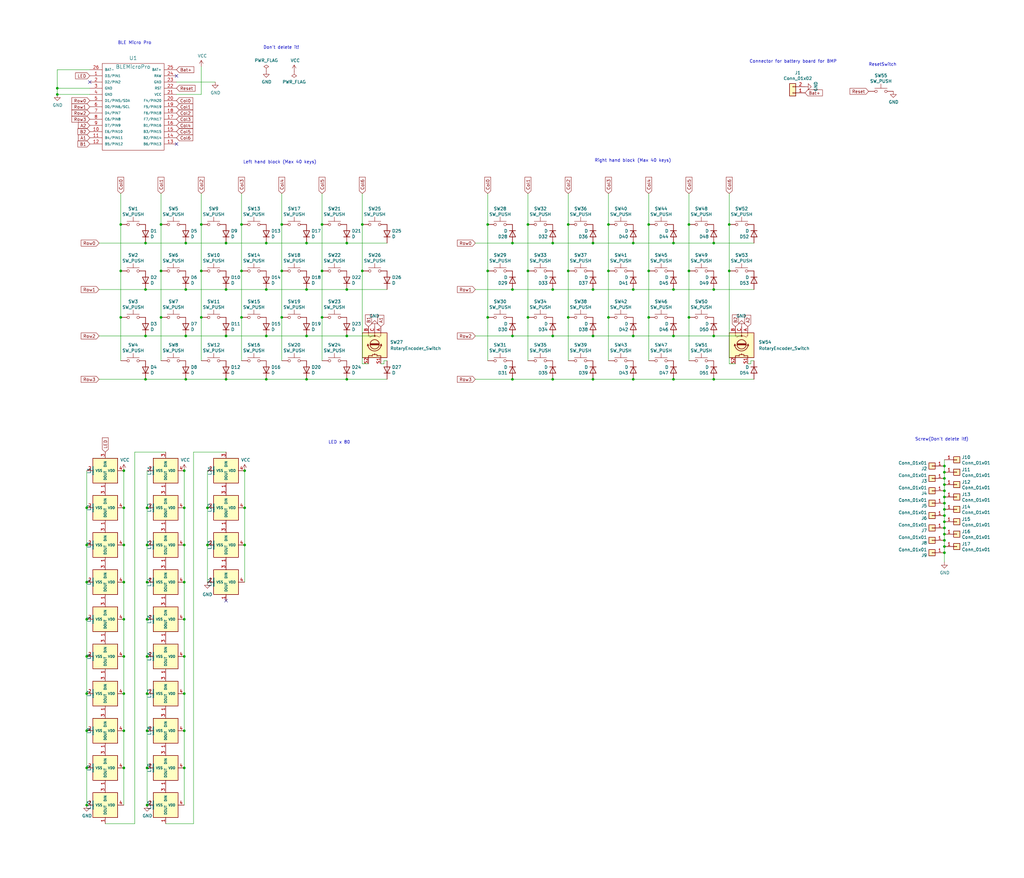
<source format=kicad_sch>
(kicad_sch (version 20211123) (generator eeschema)
  (paper "User" 419.989 360.045)
  (junction (at 226.695 118.745))
  (junction (at 59.69 118.745))
  (junction (at 226.695 137.795))
  (junction (at 92.71 99.695))
  (junction (at 276.225 137.795))
  (junction (at 387.35 198.755))
  (junction (at 66.04 130.175))
  (junction (at 292.735 99.695))
  (junction (at 200.025 130.175))
  (junction (at 282.575 111.125))
  (junction (at 387.35 221.615))
  (junction (at 75.565 208.28))
  (junction (at 249.555 92.075))
  (junction (at 233.045 92.075))
  (junction (at 387.35 213.995))
  (junction (at 75.565 269.24))
  (junction (at 233.045 130.175))
  (junction (at 243.205 155.575))
  (junction (at 75.565 193.04))
  (junction (at 85.09 223.52))
  (junction (at 292.735 137.795))
  (junction (at 60.325 238.76))
  (junction (at 82.55 130.175))
  (junction (at 100.33 208.28))
  (junction (at 76.2 155.575))
  (junction (at 76.2 99.695))
  (junction (at 35.56 299.72))
  (junction (at 50.8 238.76))
  (junction (at 243.205 118.745))
  (junction (at 99.06 130.175))
  (junction (at 35.56 223.52))
  (junction (at 92.71 155.575))
  (junction (at 132.08 130.175))
  (junction (at 148.59 92.075))
  (junction (at 210.185 118.745))
  (junction (at 148.59 111.125))
  (junction (at 75.565 238.76))
  (junction (at 387.35 193.675))
  (junction (at 50.8 299.72))
  (junction (at 132.08 92.075))
  (junction (at 115.57 111.125))
  (junction (at 35.56 208.28))
  (junction (at 115.57 130.175))
  (junction (at 59.69 137.795))
  (junction (at 59.69 99.695))
  (junction (at 266.065 92.075))
  (junction (at 50.8 208.28))
  (junction (at 76.2 137.795))
  (junction (at 66.04 111.125))
  (junction (at 292.735 155.575))
  (junction (at 259.715 99.695))
  (junction (at 387.35 201.295))
  (junction (at 387.35 196.215))
  (junction (at 35.56 254))
  (junction (at 50.8 193.04))
  (junction (at 243.205 99.695))
  (junction (at 216.535 111.125))
  (junction (at 125.73 99.695))
  (junction (at 216.535 130.175))
  (junction (at 60.325 223.52))
  (junction (at 387.35 208.915))
  (junction (at 50.8 284.48))
  (junction (at 226.695 155.575))
  (junction (at 99.06 111.125))
  (junction (at 259.715 118.745))
  (junction (at 85.09 208.28))
  (junction (at 259.715 155.575))
  (junction (at 282.575 92.075))
  (junction (at 387.35 219.075))
  (junction (at 82.55 92.075))
  (junction (at 75.565 314.96))
  (junction (at 100.33 223.52))
  (junction (at 387.35 191.135))
  (junction (at 142.24 99.695))
  (junction (at 92.71 137.795))
  (junction (at 109.22 99.695))
  (junction (at 35.56 238.76))
  (junction (at 142.24 118.745))
  (junction (at 276.225 155.575))
  (junction (at 387.35 226.695))
  (junction (at 292.735 118.745))
  (junction (at 35.56 330.2))
  (junction (at 75.565 223.52))
  (junction (at 216.535 92.075))
  (junction (at 210.185 137.795))
  (junction (at 92.71 118.745))
  (junction (at 100.33 193.04))
  (junction (at 387.35 203.835))
  (junction (at 115.57 92.075))
  (junction (at 50.8 269.24))
  (junction (at 142.24 155.575))
  (junction (at 35.56 269.24))
  (junction (at 60.325 299.72))
  (junction (at 387.35 211.455))
  (junction (at 49.53 92.075))
  (junction (at 99.06 92.075))
  (junction (at 276.225 99.695))
  (junction (at 60.325 254))
  (junction (at 49.53 130.175))
  (junction (at 23.495 38.735))
  (junction (at 50.8 223.52))
  (junction (at 249.555 111.125))
  (junction (at 243.205 137.795))
  (junction (at 66.04 92.075))
  (junction (at 109.22 137.795))
  (junction (at 142.24 137.795))
  (junction (at 299.085 92.075))
  (junction (at 125.73 155.575))
  (junction (at 266.065 130.175))
  (junction (at 49.53 111.125))
  (junction (at 132.08 111.125))
  (junction (at 23.495 36.195))
  (junction (at 109.22 155.575))
  (junction (at 259.715 137.795))
  (junction (at 109.22 118.745))
  (junction (at 387.35 224.155))
  (junction (at 35.56 314.96))
  (junction (at 82.55 111.125))
  (junction (at 200.025 111.125))
  (junction (at 76.2 118.745))
  (junction (at 125.73 137.795))
  (junction (at 75.565 299.72))
  (junction (at 75.565 254))
  (junction (at 35.56 284.48))
  (junction (at 200.025 92.075))
  (junction (at 60.325 314.96))
  (junction (at 60.325 284.48))
  (junction (at 125.73 118.745))
  (junction (at 299.085 111.125))
  (junction (at 282.575 130.175))
  (junction (at 233.045 111.125))
  (junction (at 226.695 99.695))
  (junction (at 60.325 269.24))
  (junction (at 210.185 155.575))
  (junction (at 50.8 254))
  (junction (at 60.325 330.2))
  (junction (at 75.565 284.48))
  (junction (at 276.225 118.745))
  (junction (at 387.35 206.375))
  (junction (at 249.555 130.175))
  (junction (at 50.8 314.96))
  (junction (at 60.325 208.28))
  (junction (at 387.35 216.535))
  (junction (at 59.69 155.575))
  (junction (at 266.065 111.125))
  (junction (at 210.185 99.695))
  (no_connect (at 92.71 246.38))
  (no_connect (at 72.39 31.115))
  (no_connect (at 72.39 59.055))
  (no_connect (at 36.83 33.655))
  (wire (pts (xy 282.575 92.075) (xy 282.575 111.125)))
  (wire (pts (xy 49.53 79.375) (xy 49.53 92.075)))
  (wire (pts (xy 75.565 193.04) (xy 75.565 208.28)))
  (wire (pts (xy 76.2 118.745) (xy 92.71 118.745)))
  (wire (pts (xy 49.53 130.175) (xy 49.53 147.955)))
  (wire (pts (xy 142.24 99.695) (xy 158.75 99.695)))
  (wire (pts (xy 60.325 208.28) (xy 60.325 223.52)))
  (wire (pts (xy 92.71 118.745) (xy 109.22 118.745)))
  (wire (pts (xy 156.21 149.225) (xy 157.48 149.225)))
  (wire (pts (xy 75.565 314.96) (xy 75.565 330.2)))
  (wire (pts (xy 76.2 137.795) (xy 92.71 137.795)))
  (wire (pts (xy 194.945 137.795) (xy 210.185 137.795)))
  (wire (pts (xy 35.56 208.28) (xy 35.56 223.52)))
  (wire (pts (xy 82.55 111.125) (xy 82.55 130.175)))
  (wire (pts (xy 66.04 111.125) (xy 66.04 130.175)))
  (wire (pts (xy 66.04 79.375) (xy 66.04 92.075)))
  (wire (pts (xy 23.495 28.575) (xy 23.495 36.195)))
  (wire (pts (xy 75.565 269.24) (xy 75.565 284.48)))
  (wire (pts (xy 55.245 185.42) (xy 67.945 185.42)))
  (wire (pts (xy 36.83 38.735) (xy 23.495 38.735)))
  (wire (pts (xy 226.695 137.795) (xy 243.205 137.795)))
  (wire (pts (xy 59.69 99.695) (xy 40.64 99.695)))
  (wire (pts (xy 233.045 130.175) (xy 233.045 147.955)))
  (wire (pts (xy 55.245 337.82) (xy 55.245 185.42)))
  (wire (pts (xy 387.35 221.615) (xy 387.35 224.155)))
  (wire (pts (xy 387.35 226.695) (xy 387.35 230.505)))
  (wire (pts (xy 148.59 111.125) (xy 148.59 149.225)))
  (wire (pts (xy 157.48 147.955) (xy 158.75 147.955)))
  (wire (pts (xy 266.065 130.175) (xy 266.065 147.955)))
  (wire (pts (xy 142.24 155.575) (xy 158.75 155.575)))
  (wire (pts (xy 210.185 99.695) (xy 226.695 99.695)))
  (wire (pts (xy 216.535 111.125) (xy 216.535 130.175)))
  (wire (pts (xy 75.565 299.72) (xy 75.565 314.96)))
  (wire (pts (xy 299.085 79.375) (xy 299.085 92.075)))
  (wire (pts (xy 50.8 254) (xy 50.8 269.24)))
  (wire (pts (xy 210.185 118.745) (xy 226.695 118.745)))
  (wire (pts (xy 266.065 92.075) (xy 266.065 111.125)))
  (wire (pts (xy 299.085 149.225) (xy 301.625 149.225)))
  (wire (pts (xy 35.56 223.52) (xy 35.56 238.76)))
  (wire (pts (xy 85.09 208.28) (xy 85.09 223.52)))
  (wire (pts (xy 200.025 111.125) (xy 200.025 130.175)))
  (wire (pts (xy 233.045 111.125) (xy 233.045 130.175)))
  (wire (pts (xy 249.555 92.075) (xy 249.555 111.125)))
  (wire (pts (xy 50.8 208.28) (xy 50.8 223.52)))
  (wire (pts (xy 115.57 79.375) (xy 115.57 92.075)))
  (wire (pts (xy 75.565 254) (xy 75.565 269.24)))
  (wire (pts (xy 35.56 299.72) (xy 35.56 314.96)))
  (wire (pts (xy 88.265 33.655) (xy 72.39 33.655)))
  (wire (pts (xy 387.35 213.995) (xy 387.35 216.535)))
  (wire (pts (xy 82.55 130.175) (xy 82.55 147.955)))
  (wire (pts (xy 148.59 92.075) (xy 148.59 111.125)))
  (wire (pts (xy 125.73 99.695) (xy 142.24 99.695)))
  (wire (pts (xy 243.205 155.575) (xy 259.715 155.575)))
  (wire (pts (xy 307.975 149.225) (xy 307.975 147.955)))
  (wire (pts (xy 306.705 149.225) (xy 307.975 149.225)))
  (wire (pts (xy 50.8 193.04) (xy 50.8 208.28)))
  (wire (pts (xy 75.565 284.48) (xy 75.565 299.72)))
  (wire (pts (xy 292.735 137.795) (xy 304.165 137.795)))
  (wire (pts (xy 75.565 208.28) (xy 75.565 223.52)))
  (wire (pts (xy 387.35 206.375) (xy 387.35 208.915)))
  (wire (pts (xy 233.045 79.375) (xy 233.045 92.075)))
  (wire (pts (xy 210.185 155.575) (xy 226.695 155.575)))
  (wire (pts (xy 259.715 118.745) (xy 276.225 118.745)))
  (wire (pts (xy 282.575 111.125) (xy 282.575 130.175)))
  (wire (pts (xy 387.35 191.135) (xy 387.35 193.675)))
  (wire (pts (xy 23.495 36.195) (xy 23.495 38.735)))
  (wire (pts (xy 249.555 79.375) (xy 249.555 92.075)))
  (wire (pts (xy 387.35 208.915) (xy 387.35 211.455)))
  (wire (pts (xy 50.8 299.72) (xy 50.8 314.96)))
  (wire (pts (xy 276.225 155.575) (xy 292.735 155.575)))
  (wire (pts (xy 109.22 118.745) (xy 125.73 118.745)))
  (wire (pts (xy 109.22 99.695) (xy 125.73 99.695)))
  (wire (pts (xy 92.71 155.575) (xy 109.22 155.575)))
  (wire (pts (xy 387.35 219.075) (xy 387.35 221.615)))
  (wire (pts (xy 59.69 137.795) (xy 40.64 137.795)))
  (wire (pts (xy 387.35 211.455) (xy 387.35 213.995)))
  (wire (pts (xy 92.71 99.695) (xy 109.22 99.695)))
  (wire (pts (xy 226.695 155.575) (xy 243.205 155.575)))
  (wire (pts (xy 233.045 92.075) (xy 233.045 111.125)))
  (wire (pts (xy 249.555 130.175) (xy 249.555 147.955)))
  (wire (pts (xy 50.8 223.52) (xy 50.8 238.76)))
  (wire (pts (xy 292.735 99.695) (xy 309.245 99.695)))
  (wire (pts (xy 49.53 92.075) (xy 49.53 111.125)))
  (wire (pts (xy 387.35 193.675) (xy 387.35 196.215)))
  (wire (pts (xy 100.33 193.04) (xy 100.33 208.28)))
  (wire (pts (xy 259.715 155.575) (xy 276.225 155.575)))
  (wire (pts (xy 276.225 137.795) (xy 292.735 137.795)))
  (wire (pts (xy 50.8 314.96) (xy 50.8 330.2)))
  (wire (pts (xy 82.55 79.375) (xy 82.55 92.075)))
  (wire (pts (xy 243.205 99.695) (xy 259.715 99.695)))
  (wire (pts (xy 132.08 79.375) (xy 132.08 92.075)))
  (wire (pts (xy 387.35 196.215) (xy 387.35 198.755)))
  (wire (pts (xy 50.8 269.24) (xy 50.8 284.48)))
  (wire (pts (xy 35.56 269.24) (xy 35.56 284.48)))
  (wire (pts (xy 194.945 99.695) (xy 210.185 99.695)))
  (wire (pts (xy 50.8 238.76) (xy 50.8 254)))
  (wire (pts (xy 115.57 130.175) (xy 115.57 147.955)))
  (wire (pts (xy 35.56 238.76) (xy 35.56 254)))
  (wire (pts (xy 59.69 99.695) (xy 76.2 99.695)))
  (wire (pts (xy 59.69 137.795) (xy 76.2 137.795)))
  (wire (pts (xy 35.56 193.04) (xy 35.56 208.28)))
  (wire (pts (xy 79.375 185.42) (xy 92.71 185.42)))
  (wire (pts (xy 99.06 79.375) (xy 99.06 92.075)))
  (wire (pts (xy 243.205 118.745) (xy 259.715 118.745)))
  (wire (pts (xy 75.565 238.76) (xy 75.565 254)))
  (wire (pts (xy 125.73 118.745) (xy 142.24 118.745)))
  (wire (pts (xy 148.59 149.225) (xy 151.13 149.225)))
  (wire (pts (xy 125.73 137.795) (xy 142.24 137.795)))
  (wire (pts (xy 307.975 147.955) (xy 309.245 147.955)))
  (wire (pts (xy 226.695 118.745) (xy 243.205 118.745)))
  (wire (pts (xy 148.59 79.375) (xy 148.59 92.075)))
  (wire (pts (xy 60.325 314.96) (xy 60.325 330.2)))
  (wire (pts (xy 109.22 155.575) (xy 125.73 155.575)))
  (wire (pts (xy 100.33 208.28) (xy 100.33 223.52)))
  (wire (pts (xy 292.735 155.575) (xy 309.245 155.575)))
  (wire (pts (xy 82.55 38.735) (xy 82.55 27.305)))
  (wire (pts (xy 60.325 238.76) (xy 60.325 254)))
  (wire (pts (xy 99.06 111.125) (xy 99.06 130.175)))
  (wire (pts (xy 387.35 201.295) (xy 387.35 203.835)))
  (wire (pts (xy 266.065 111.125) (xy 266.065 130.175)))
  (wire (pts (xy 60.325 269.24) (xy 60.325 284.48)))
  (wire (pts (xy 132.08 111.125) (xy 132.08 130.175)))
  (wire (pts (xy 60.325 254) (xy 60.325 269.24)))
  (wire (pts (xy 387.35 198.755) (xy 387.35 201.295)))
  (wire (pts (xy 142.24 118.745) (xy 158.75 118.745)))
  (wire (pts (xy 200.025 79.375) (xy 200.025 92.075)))
  (wire (pts (xy 387.35 188.595) (xy 387.35 191.135)))
  (wire (pts (xy 36.83 36.195) (xy 23.495 36.195)))
  (wire (pts (xy 282.575 79.375) (xy 282.575 92.075)))
  (wire (pts (xy 60.325 299.72) (xy 60.325 314.96)))
  (wire (pts (xy 66.04 92.075) (xy 66.04 111.125)))
  (wire (pts (xy 115.57 111.125) (xy 115.57 130.175)))
  (wire (pts (xy 72.39 38.735) (xy 82.55 38.735)))
  (wire (pts (xy 216.535 130.175) (xy 216.535 147.955)))
  (wire (pts (xy 35.56 284.48) (xy 35.56 299.72)))
  (wire (pts (xy 60.325 223.52) (xy 60.325 238.76)))
  (wire (pts (xy 59.69 155.575) (xy 40.64 155.575)))
  (wire (pts (xy 387.35 203.835) (xy 387.35 206.375)))
  (wire (pts (xy 387.35 224.155) (xy 387.35 226.695)))
  (wire (pts (xy 132.08 92.075) (xy 132.08 111.125)))
  (wire (pts (xy 75.565 223.52) (xy 75.565 238.76)))
  (wire (pts (xy 200.025 92.075) (xy 200.025 111.125)))
  (wire (pts (xy 35.56 314.96) (xy 35.56 330.2)))
  (wire (pts (xy 35.56 254) (xy 35.56 269.24)))
  (wire (pts (xy 60.325 193.04) (xy 60.325 208.28)))
  (wire (pts (xy 100.33 223.52) (xy 100.33 238.76)))
  (wire (pts (xy 157.48 149.225) (xy 157.48 147.955)))
  (wire (pts (xy 99.06 92.075) (xy 99.06 111.125)))
  (wire (pts (xy 282.575 130.175) (xy 282.575 147.955)))
  (wire (pts (xy 259.715 137.795) (xy 276.225 137.795)))
  (wire (pts (xy 85.09 223.52) (xy 85.09 238.76)))
  (wire (pts (xy 299.085 92.075) (xy 299.085 111.125)))
  (wire (pts (xy 59.69 155.575) (xy 76.2 155.575)))
  (wire (pts (xy 142.24 137.795) (xy 153.67 137.795)))
  (wire (pts (xy 125.73 155.575) (xy 142.24 155.575)))
  (wire (pts (xy 266.065 79.375) (xy 266.065 92.075)))
  (wire (pts (xy 76.2 99.695) (xy 92.71 99.695)))
  (wire (pts (xy 226.695 99.695) (xy 243.205 99.695)))
  (wire (pts (xy 50.8 284.48) (xy 50.8 299.72)))
  (wire (pts (xy 66.04 130.175) (xy 66.04 147.955)))
  (wire (pts (xy 59.69 118.745) (xy 76.2 118.745)))
  (wire (pts (xy 243.205 137.795) (xy 259.715 137.795)))
  (wire (pts (xy 76.2 155.575) (xy 92.71 155.575)))
  (wire (pts (xy 259.715 99.695) (xy 276.225 99.695)))
  (wire (pts (xy 216.535 79.375) (xy 216.535 92.075)))
  (wire (pts (xy 194.945 155.575) (xy 210.185 155.575)))
  (wire (pts (xy 85.09 193.04) (xy 85.09 208.28)))
  (wire (pts (xy 82.55 92.075) (xy 82.55 111.125)))
  (wire (pts (xy 200.025 130.175) (xy 200.025 147.955)))
  (wire (pts (xy 299.085 111.125) (xy 299.085 149.225)))
  (wire (pts (xy 60.325 284.48) (xy 60.325 299.72)))
  (wire (pts (xy 109.22 137.795) (xy 125.73 137.795)))
  (wire (pts (xy 67.945 337.82) (xy 79.375 337.82)))
  (wire (pts (xy 276.225 118.745) (xy 292.735 118.745)))
  (wire (pts (xy 292.735 118.745) (xy 309.245 118.745)))
  (wire (pts (xy 194.945 118.745) (xy 210.185 118.745)))
  (wire (pts (xy 210.185 137.795) (xy 226.695 137.795)))
  (wire (pts (xy 276.225 99.695) (xy 292.735 99.695)))
  (wire (pts (xy 79.375 337.82) (xy 79.375 185.42)))
  (wire (pts (xy 92.71 137.795) (xy 109.22 137.795)))
  (wire (pts (xy 249.555 111.125) (xy 249.555 130.175)))
  (wire (pts (xy 49.53 111.125) (xy 49.53 130.175)))
  (wire (pts (xy 132.08 130.175) (xy 132.08 147.955)))
  (wire (pts (xy 115.57 92.075) (xy 115.57 111.125)))
  (wire (pts (xy 36.83 28.575) (xy 23.495 28.575)))
  (wire (pts (xy 59.69 118.745) (xy 40.64 118.745)))
  (wire (pts (xy 216.535 92.075) (xy 216.535 111.125)))
  (wire (pts (xy 387.35 216.535) (xy 387.35 219.075)))
  (wire (pts (xy 43.18 337.82) (xy 55.245 337.82)))
  (wire (pts (xy 99.06 130.175) (xy 99.06 147.955)))
  (text "Connector for battery board for BMP" (at 307.34 26.035 0) (effects (font (size 1.27 1.27)) (justify left bottom)))
  (text "LED x 80" (at 134.62 182.245 0) (effects (font (size 1.27 1.27)) (justify left bottom)))
  (text "ResetSwitch" (at 356.235 27.305 0) (effects (font (size 1.27 1.27)) (justify left bottom)))
  (text "Left hand block (Max 40 keys)" (at 99.695 67.31 0) (effects (font (size 1.27 1.27)) (justify left bottom)))
  (text "Screw(Don't delete it!)" (at 375.285 180.975 0) (effects (font (size 1.27 1.27)) (justify left bottom)))
  (text "BLE Micro Pro" (at 48.26 18.415 0) (effects (font (size 1.27 1.27)) (justify left bottom)))
  (text "Right hand block (Max 40 keys)" (at 243.84 66.675 0) (effects (font (size 1.27 1.27)) (justify left bottom)))
  (text "Don't delete it!" (at 107.95 20.32 0) (effects (font (size 1.27 1.27)) (justify left bottom)))
  (global_label "Col4" (shape input) (at 115.57 79.375 90) (property "Intersheet References" "${INTERSHEET_REFS}" (effects hide)))
  (global_label "Reset" (shape input) (at 72.39 36.195 0) (property "Intersheet References" "${INTERSHEET_REFS}" (effects hide)))
  (global_label "Col3" (shape input) (at 99.06 79.375 90) (property "Intersheet References" "${INTERSHEET_REFS}" (effects hide)))
  (global_label "Col6" (shape input) (at 72.39 56.515 0) (property "Intersheet References" "${INTERSHEET_REFS}" (effects hide)))
  (global_label "Col3" (shape input) (at 249.555 79.375 90) (property "Intersheet References" "${INTERSHEET_REFS}" (effects hide)))
  (global_label "Col4" (shape input) (at 72.39 51.435 0) (property "Intersheet References" "${INTERSHEET_REFS}" (effects hide)))
  (global_label "A1" (shape input) (at 36.83 56.515 180) (property "Intersheet References" "${INTERSHEET_REFS}" (effects hide)))
  (global_label "Col5" (shape input) (at 282.575 79.375 90) (property "Intersheet References" "${INTERSHEET_REFS}" (effects hide)))
  (global_label "Col6" (shape input) (at 299.085 79.375 90) (property "Intersheet References" "${INTERSHEET_REFS}" (effects hide)))
  (global_label "Row2" (shape input) (at 194.945 137.795 180) (property "Intersheet References" "${INTERSHEET_REFS}" (effects hide)))
  (global_label "Col3" (shape input) (at 72.39 48.895 0) (property "Intersheet References" "${INTERSHEET_REFS}" (effects hide)))
  (global_label "Row1" (shape input) (at 194.945 118.745 180) (property "Intersheet References" "${INTERSHEET_REFS}" (effects hide)))
  (global_label "Row2" (shape input) (at 40.64 137.795 180) (property "Intersheet References" "${INTERSHEET_REFS}" (effects hide)))
  (global_label "LED" (shape input) (at 43.18 185.42 90) (property "Intersheet References" "${INTERSHEET_REFS}" (effects hide)))
  (global_label "Col0" (shape input) (at 49.53 79.375 90) (property "Intersheet References" "${INTERSHEET_REFS}" (effects hide)))
  (global_label "Row1" (shape input) (at 36.83 43.815 180) (property "Intersheet References" "${INTERSHEET_REFS}" (effects hide)))
  (global_label "B2" (shape input) (at 36.83 53.975 180) (property "Intersheet References" "${INTERSHEET_REFS}" (effects hide)))
  (global_label "Col2" (shape input) (at 72.39 46.355 0) (property "Intersheet References" "${INTERSHEET_REFS}" (effects hide)))
  (global_label "Col2" (shape input) (at 82.55 79.375 90) (property "Intersheet References" "${INTERSHEET_REFS}" (effects hide)))
  (global_label "Col0" (shape input) (at 72.39 41.275 0) (property "Intersheet References" "${INTERSHEET_REFS}" (effects hide)))
  (global_label "A2" (shape input) (at 306.705 133.985 90) (property "Intersheet References" "${INTERSHEET_REFS}" (effects hide)))
  (global_label "B1" (shape input) (at 36.83 59.055 180) (property "Intersheet References" "${INTERSHEET_REFS}" (effects hide)))
  (global_label "Col1" (shape input) (at 66.04 79.375 90) (property "Intersheet References" "${INTERSHEET_REFS}" (effects hide)))
  (global_label "Row3" (shape input) (at 40.64 155.575 180) (property "Intersheet References" "${INTERSHEET_REFS}" (effects hide)))
  (global_label "Col1" (shape input) (at 216.535 79.375 90) (property "Intersheet References" "${INTERSHEET_REFS}" (effects hide)))
  (global_label "A2" (shape input) (at 36.83 51.435 180) (property "Intersheet References" "${INTERSHEET_REFS}" (effects hide)))
  (global_label "A1" (shape input) (at 156.21 133.985 90) (property "Intersheet References" "${INTERSHEET_REFS}" (effects hide)))
  (global_label "B2" (shape input) (at 301.625 133.985 90) (property "Intersheet References" "${INTERSHEET_REFS}" (effects hide)))
  (global_label "Row3" (shape input) (at 36.83 48.895 180) (property "Intersheet References" "${INTERSHEET_REFS}" (effects hide)))
  (global_label "LED" (shape input) (at 36.83 31.115 180) (property "Intersheet References" "${INTERSHEET_REFS}" (effects hide)))
  (global_label "Row0" (shape input) (at 194.945 99.695 180) (property "Intersheet References" "${INTERSHEET_REFS}" (effects hide)))
  (global_label "Bat+" (shape input) (at 330.2 38.1 0) (property "Intersheet References" "${INTERSHEET_REFS}" (effects hide)))
  (global_label "Row2" (shape input) (at 36.83 46.355 180) (property "Intersheet References" "${INTERSHEET_REFS}" (effects hide)))
  (global_label "Col6" (shape input) (at 148.59 79.375 90) (property "Intersheet References" "${INTERSHEET_REFS}" (effects hide)))
  (global_label "Col5" (shape input) (at 72.39 53.975 0) (property "Intersheet References" "${INTERSHEET_REFS}" (effects hide)))
  (global_label "Row0" (shape input) (at 40.64 99.695 180) (property "Intersheet References" "${INTERSHEET_REFS}" (effects hide)))
  (global_label "Col5" (shape input) (at 132.08 79.375 90) (property "Intersheet References" "${INTERSHEET_REFS}" (effects hide)))
  (global_label "B1" (shape input) (at 151.13 133.985 90) (property "Intersheet References" "${INTERSHEET_REFS}" (effects hide)))
  (global_label "Row3" (shape input) (at 194.945 155.575 180) (property "Intersheet References" "${INTERSHEET_REFS}" (effects hide)))
  (global_label "Bat+" (shape input) (at 72.39 28.575 0) (property "Intersheet References" "${INTERSHEET_REFS}" (effects hide)))
  (global_label "Reset" (shape input) (at 356.235 37.465 180) (property "Intersheet References" "${INTERSHEET_REFS}" (effects hide)))
  (global_label "Col2" (shape input) (at 233.045 79.375 90) (property "Intersheet References" "${INTERSHEET_REFS}" (effects hide)))
  (global_label "Row1" (shape input) (at 40.64 118.745 180) (property "Intersheet References" "${INTERSHEET_REFS}" (effects hide)))
  (global_label "Col1" (shape input) (at 72.39 43.815 0) (property "Intersheet References" "${INTERSHEET_REFS}" (effects hide)))
  (global_label "Col4" (shape input) (at 266.065 79.375 90) (property "Intersheet References" "${INTERSHEET_REFS}" (effects hide)))
  (global_label "Col0" (shape input) (at 200.025 79.375 90) (property "Intersheet References" "${INTERSHEET_REFS}" (effects hide)))
  (global_label "Row0" (shape input) (at 36.83 41.275 180) (property "Intersheet References" "${INTERSHEET_REFS}" (effects hide)))
  (symbol (lib_id "power:PWR_FLAG") (at 109.22 29.21 0) (unit 1)
    (property "Reference" "#FLG01" (effects hide))
    (property "Value" "PWR_FLAG" (at 109.22 24.7904 0))
  )
  (symbol (lib_id "power:PWR_FLAG") (at 120.65 29.21 180) (unit 1)
    (property "Reference" "#FLG02" (effects hide))
    (property "Value" "PWR_FLAG" (at 120.65 33.6042 0))
  )
  (symbol (lib_id "power:GND") (at 109.22 29.21 0) (unit 1)
    (property "Reference" "#PWR010" (effects hide))
    (property "Value" "GND" (at 109.347 33.6042 0))
  )
  (symbol (lib_id "power:VCC") (at 120.65 29.21 0) (unit 1)
    (property "Reference" "#PWR011" (effects hide))
    (property "Value" "VCC" (at 121.0818 24.8158 0))
  )
  (symbol (lib_id "Salicylic_kbd:Micon_BLEMicroPro") (at 54.61 50.165 0) (unit 1)
    (property "Reference" "U1" (at 54.61 23.8252 0) (effects (font (size 1.524 1.524))))
    (property "Value" "BLEMicroPro" (at 54.61 26.5176 0) (effects (font (size 1.524 1.524)) (justify top)))
    (property "Footprint" "kbd_Parts:Micon_BMP_GL" (effects hide))
  )
  (symbol (lib_id "power:GND") (at 88.265 33.655 0) (unit 1)
    (property "Reference" "#PWR08" (effects hide))
    (property "Value" "GND" (at 88.392 38.0492 0))
  )
  (symbol (lib_id "power:VCC") (at 82.55 27.305 0) (unit 1)
    (property "Reference" "#PWR06" (effects hide))
    (property "Value" "VCC" (at 82.9818 22.9108 0))
  )
  (symbol (lib_id "power:GND") (at 23.495 38.735 0) (unit 1)
    (property "Reference" "#PWR01" (effects hide))
    (property "Value" "GND" (at 23.622 43.1292 0))
  )
  (symbol (lib_id "Switch:SW_Push") (at 71.12 92.075 0) (unit 1)
    (property "Reference" "SW5" (at 71.12 85.598 0))
    (property "Value" "SW_PUSH" (at 71.12 87.9094 0))
    (property "Footprint" "kbd_SW:CherryMX_Hotswap_1u" (effects hide))
  )
  (symbol (lib_id "Switch:SW_Push") (at 54.61 92.075 0) (unit 1)
    (property "Reference" "SW1" (at 54.61 85.598 0))
    (property "Value" "SW_PUSH" (at 54.61 87.9094 0))
    (property "Footprint" "kbd_SW:CherryMX_Hotswap_1u" (effects hide))
  )
  (symbol (lib_id "Switch:SW_Push") (at 54.61 111.125 0) (unit 1)
    (property "Reference" "SW2" (at 54.61 104.648 0))
    (property "Value" "SW_PUSH" (at 54.61 106.9594 0))
    (property "Footprint" "kbd_SW:CherryMX_Hotswap_1u" (effects hide))
  )
  (symbol (lib_id "Switch:SW_Push") (at 71.12 111.125 0) (unit 1)
    (property "Reference" "SW6" (at 71.12 104.648 0))
    (property "Value" "SW_PUSH" (at 71.12 106.9594 0))
    (property "Footprint" "kbd_SW:CherryMX_Hotswap_1u" (effects hide))
  )
  (symbol (lib_id "Device:D") (at 59.69 95.885 90) (unit 1)
    (property "Reference" "D1" (at 61.6966 94.7166 90) (effects (justify right)))
    (property "Value" "D" (at 61.6966 97.028 90) (effects (justify right)))
    (property "Footprint" "kbd_Parts:Diode_SMD" (effects hide))
  )
  (symbol (lib_id "Device:D") (at 76.2 95.885 90) (unit 1)
    (property "Reference" "D5" (at 78.2066 94.7166 90) (effects (justify right)))
    (property "Value" "D" (at 78.2066 97.028 90) (effects (justify right)))
    (property "Footprint" "kbd_Parts:Diode_SMD" (effects hide))
  )
  (symbol (lib_id "Device:D") (at 76.2 114.935 90) (unit 1)
    (property "Reference" "D6" (at 78.2066 113.7666 90) (effects (justify right)))
    (property "Value" "D" (at 78.2066 116.078 90) (effects (justify right)))
    (property "Footprint" "kbd_Parts:Diode_SMD" (effects hide))
  )
  (symbol (lib_id "Device:D") (at 59.69 114.935 90) (unit 1)
    (property "Reference" "D2" (at 61.6966 113.7666 90) (effects (justify right)))
    (property "Value" "D" (at 61.6966 116.078 90) (effects (justify right)))
    (property "Footprint" "kbd_Parts:Diode_SMD" (effects hide))
  )
  (symbol (lib_id "Switch:SW_Push") (at 361.315 37.465 0) (unit 1)
    (property "Reference" "SW55" (at 361.315 30.988 0))
    (property "Value" "SW_PUSH" (at 361.315 33.2994 0))
    (property "Footprint" "kbd_Parts:ResetSW" (effects hide))
  )
  (symbol (lib_id "power:GND") (at 366.395 37.465 0) (unit 1)
    (property "Reference" "#PWR015" (effects hide))
    (property "Value" "GND" (at 366.522 41.8592 0))
  )
  (symbol (lib_id "Switch:SW_Push") (at 104.14 92.075 0) (unit 1)
    (property "Reference" "SW13" (at 104.14 85.598 0))
    (property "Value" "SW_PUSH" (at 104.14 87.9094 0))
    (property "Footprint" "kbd_SW:CherryMX_Hotswap_1u" (effects hide))
  )
  (symbol (lib_id "Switch:SW_Push") (at 120.65 92.075 0) (unit 1)
    (property "Reference" "SW17" (at 120.65 85.598 0))
    (property "Value" "SW_PUSH" (at 120.65 87.9094 0))
    (property "Footprint" "kbd_SW:CherryMX_Hotswap_1u" (effects hide))
  )
  (symbol (lib_id "Switch:SW_Push") (at 137.16 92.075 0) (unit 1)
    (property "Reference" "SW21" (at 137.16 85.598 0))
    (property "Value" "SW_PUSH" (at 137.16 87.9094 0))
    (property "Footprint" "kbd_SW:CherryMX_Hotswap_1u" (effects hide))
  )
  (symbol (lib_id "Switch:SW_Push") (at 87.63 92.075 0) (unit 1)
    (property "Reference" "SW9" (at 87.63 85.598 0))
    (property "Value" "SW_PUSH" (at 87.63 87.9094 0))
    (property "Footprint" "kbd_SW:CherryMX_Hotswap_1u" (effects hide))
  )
  (symbol (lib_id "Switch:SW_Push") (at 104.14 130.175 0) (unit 1)
    (property "Reference" "SW15" (at 104.14 123.698 0))
    (property "Value" "SW_PUSH" (at 104.14 126.0094 0))
    (property "Footprint" "kbd_SW:CherryMX_Hotswap_1u" (effects hide))
  )
  (symbol (lib_id "Switch:SW_Push") (at 104.14 111.125 0) (unit 1)
    (property "Reference" "SW14" (at 104.14 104.648 0))
    (property "Value" "SW_PUSH" (at 104.14 106.9594 0))
    (property "Footprint" "kbd_SW:CherryMX_Hotswap_1u" (effects hide))
  )
  (symbol (lib_id "Switch:SW_Push") (at 120.65 111.125 0) (unit 1)
    (property "Reference" "SW18" (at 120.65 104.648 0))
    (property "Value" "SW_PUSH" (at 120.65 106.9594 0))
    (property "Footprint" "kbd_SW:CherryMX_Hotswap_1u" (effects hide))
  )
  (symbol (lib_id "Switch:SW_Push") (at 137.16 111.125 0) (unit 1)
    (property "Reference" "SW22" (at 137.16 104.648 0))
    (property "Value" "SW_PUSH" (at 137.16 106.9594 0))
    (property "Footprint" "kbd_SW:CherryMX_Hotswap_1u" (effects hide))
  )
  (symbol (lib_id "Switch:SW_Push") (at 87.63 111.125 0) (unit 1)
    (property "Reference" "SW10" (at 87.63 104.648 0))
    (property "Value" "SW_PUSH" (at 87.63 106.9594 0))
    (property "Footprint" "kbd_SW:CherryMX_Hotswap_1u" (effects hide))
  )
  (symbol (lib_id "Switch:SW_Push") (at 54.61 130.175 0) (unit 1)
    (property "Reference" "SW3" (at 54.61 123.698 0))
    (property "Value" "SW_PUSH" (at 54.61 126.0094 0))
    (property "Footprint" "kbd_SW:CherryMX_Hotswap_1u" (effects hide))
  )
  (symbol (lib_id "Switch:SW_Push") (at 54.61 147.955 0) (unit 1)
    (property "Reference" "SW4" (at 54.61 141.478 0))
    (property "Value" "SW_PUSH" (at 54.61 143.7894 0))
    (property "Footprint" "kbd_SW:CherryMX_Hotswap_1u" (effects hide))
  )
  (symbol (lib_id "Switch:SW_Push") (at 71.12 130.175 0) (unit 1)
    (property "Reference" "SW7" (at 71.12 123.698 0))
    (property "Value" "SW_PUSH" (at 71.12 126.0094 0))
    (property "Footprint" "kbd_SW:CherryMX_Hotswap_1u" (effects hide))
  )
  (symbol (lib_id "Switch:SW_Push") (at 71.12 147.955 0) (unit 1)
    (property "Reference" "SW8" (at 71.12 141.478 0))
    (property "Value" "SW_PUSH" (at 71.12 143.7894 0))
    (property "Footprint" "kbd_SW:CherryMX_Hotswap_1u" (effects hide))
  )
  (symbol (lib_id "Switch:SW_Push") (at 87.63 130.175 0) (unit 1)
    (property "Reference" "SW11" (at 87.63 123.698 0))
    (property "Value" "SW_PUSH" (at 87.63 126.0094 0))
    (property "Footprint" "kbd_SW:CherryMX_Hotswap_1u" (effects hide))
  )
  (symbol (lib_id "Switch:SW_Push") (at 104.14 147.955 0) (unit 1)
    (property "Reference" "SW16" (at 104.14 141.478 0))
    (property "Value" "SW_PUSH" (at 104.14 143.7894 0))
    (property "Footprint" "kbd_SW:CherryMX_Hotswap_1u" (effects hide))
  )
  (symbol (lib_id "Switch:SW_Push") (at 120.65 147.955 0) (unit 1)
    (property "Reference" "SW20" (at 120.65 141.478 0))
    (property "Value" "SW_PUSH" (at 120.65 143.7894 0))
    (property "Footprint" "kbd_SW:CherryMX_Hotswap_1u" (effects hide))
  )
  (symbol (lib_id "Switch:SW_Push") (at 137.16 147.955 0) (unit 1)
    (property "Reference" "SW24" (at 137.16 141.478 0))
    (property "Value" "SW_PUSH" (at 137.16 143.7894 0))
    (property "Footprint" "kbd_SW:CherryMX_Hotswap_1u" (effects hide))
  )
  (symbol (lib_id "Switch:SW_Push") (at 120.65 130.175 0) (unit 1)
    (property "Reference" "SW19" (at 120.65 123.698 0))
    (property "Value" "SW_PUSH" (at 120.65 126.0094 0))
    (property "Footprint" "kbd_SW:CherryMX_Hotswap_1u" (effects hide))
  )
  (symbol (lib_id "Switch:SW_Push") (at 137.16 130.175 0) (unit 1)
    (property "Reference" "SW23" (at 137.16 123.698 0))
    (property "Value" "SW_PUSH" (at 137.16 126.0094 0))
    (property "Footprint" "kbd_SW:CherryMX_Hotswap_1u" (effects hide))
  )
  (symbol (lib_id "Device:D") (at 92.71 95.885 90) (unit 1)
    (property "Reference" "D9" (at 94.7166 94.7166 90) (effects (justify right)))
    (property "Value" "D" (at 94.7166 97.028 90) (effects (justify right)))
    (property "Footprint" "kbd_Parts:Diode_SMD" (effects hide))
  )
  (symbol (lib_id "Device:D") (at 109.22 95.885 90) (unit 1)
    (property "Reference" "D13" (at 111.2266 94.7166 90) (effects (justify right)))
    (property "Value" "D" (at 111.2266 97.028 90) (effects (justify right)))
    (property "Footprint" "kbd_Parts:Diode_SMD" (effects hide))
  )
  (symbol (lib_id "Device:D") (at 125.73 95.885 90) (unit 1)
    (property "Reference" "D17" (at 127.7366 94.7166 90) (effects (justify right)))
    (property "Value" "D" (at 127.7366 97.028 90) (effects (justify right)))
    (property "Footprint" "kbd_Parts:Diode_SMD" (effects hide))
  )
  (symbol (lib_id "Device:D") (at 142.24 95.885 90) (unit 1)
    (property "Reference" "D21" (at 144.2466 94.7166 90) (effects (justify right)))
    (property "Value" "D" (at 144.2466 97.028 90) (effects (justify right)))
    (property "Footprint" "kbd_Parts:Diode_SMD" (effects hide))
  )
  (symbol (lib_id "Device:D") (at 142.24 114.935 90) (unit 1)
    (property "Reference" "D22" (at 144.2466 113.7666 90) (effects (justify right)))
    (property "Value" "D" (at 144.2466 116.078 90) (effects (justify right)))
    (property "Footprint" "kbd_Parts:Diode_SMD" (effects hide))
  )
  (symbol (lib_id "Device:D") (at 142.24 133.985 90) (unit 1)
    (property "Reference" "D23" (at 144.2466 132.8166 90) (effects (justify right)))
    (property "Value" "D" (at 144.2466 135.128 90) (effects (justify right)))
    (property "Footprint" "kbd_Parts:Diode_SMD" (effects hide))
  )
  (symbol (lib_id "Device:D") (at 142.24 151.765 90) (unit 1)
    (property "Reference" "D24" (at 144.2466 150.5966 90) (effects (justify right)))
    (property "Value" "D" (at 144.2466 152.908 90) (effects (justify right)))
    (property "Footprint" "kbd_Parts:Diode_SMD" (effects hide))
  )
  (symbol (lib_id "Device:D") (at 125.73 151.765 90) (unit 1)
    (property "Reference" "D20" (at 127.7366 150.5966 90) (effects (justify right)))
    (property "Value" "D" (at 127.7366 152.908 90) (effects (justify right)))
    (property "Footprint" "kbd_Parts:Diode_SMD" (effects hide))
  )
  (symbol (lib_id "Device:D") (at 125.73 133.985 90) (unit 1)
    (property "Reference" "D19" (at 127.7366 132.8166 90) (effects (justify right)))
    (property "Value" "D" (at 127.7366 135.128 90) (effects (justify right)))
    (property "Footprint" "kbd_Parts:Diode_SMD" (effects hide))
  )
  (symbol (lib_id "Device:D") (at 125.73 114.935 90) (unit 1)
    (property "Reference" "D18" (at 127.7366 113.7666 90) (effects (justify right)))
    (property "Value" "D" (at 127.7366 116.078 90) (effects (justify right)))
    (property "Footprint" "kbd_Parts:Diode_SMD" (effects hide))
  )
  (symbol (lib_id "Device:D") (at 109.22 114.935 90) (unit 1)
    (property "Reference" "D14" (at 111.2266 113.7666 90) (effects (justify right)))
    (property "Value" "D" (at 111.2266 116.078 90) (effects (justify right)))
    (property "Footprint" "kbd_Parts:Diode_SMD" (effects hide))
  )
  (symbol (lib_id "Device:D") (at 92.71 114.935 90) (unit 1)
    (property "Reference" "D10" (at 94.7166 113.7666 90) (effects (justify right)))
    (property "Value" "D" (at 94.7166 116.078 90) (effects (justify right)))
    (property "Footprint" "kbd_Parts:Diode_SMD" (effects hide))
  )
  (symbol (lib_id "Device:D") (at 92.71 133.985 90) (unit 1)
    (property "Reference" "D11" (at 94.7166 132.8166 90) (effects (justify right)))
    (property "Value" "D" (at 94.7166 135.128 90) (effects (justify right)))
    (property "Footprint" "kbd_Parts:Diode_SMD" (effects hide))
  )
  (symbol (lib_id "Device:D") (at 109.22 133.985 90) (unit 1)
    (property "Reference" "D15" (at 111.2266 132.8166 90) (effects (justify right)))
    (property "Value" "D" (at 111.2266 135.128 90) (effects (justify right)))
    (property "Footprint" "kbd_Parts:Diode_SMD" (effects hide))
  )
  (symbol (lib_id "Device:D") (at 109.22 151.765 90) (unit 1)
    (property "Reference" "D16" (at 111.2266 150.5966 90) (effects (justify right)))
    (property "Value" "D" (at 111.2266 152.908 90) (effects (justify right)))
    (property "Footprint" "kbd_Parts:Diode_SMD" (effects hide))
  )
  (symbol (lib_id "Device:D") (at 76.2 151.765 90) (unit 1)
    (property "Reference" "D8" (at 78.2066 150.5966 90) (effects (justify right)))
    (property "Value" "D" (at 78.2066 152.908 90) (effects (justify right)))
    (property "Footprint" "kbd_Parts:Diode_SMD" (effects hide))
  )
  (symbol (lib_id "Device:D") (at 76.2 133.985 90) (unit 1)
    (property "Reference" "D7" (at 78.2066 132.8166 90) (effects (justify right)))
    (property "Value" "D" (at 78.2066 135.128 90) (effects (justify right)))
    (property "Footprint" "kbd_Parts:Diode_SMD" (effects hide))
  )
  (symbol (lib_id "Device:D") (at 59.69 133.985 90) (unit 1)
    (property "Reference" "D3" (at 61.6966 132.8166 90) (effects (justify right)))
    (property "Value" "D" (at 61.6966 135.128 90) (effects (justify right)))
    (property "Footprint" "kbd_Parts:Diode_SMD" (effects hide))
  )
  (symbol (lib_id "Device:D") (at 59.69 151.765 90) (unit 1)
    (property "Reference" "D4" (at 61.6966 150.5966 90) (effects (justify right)))
    (property "Value" "D" (at 61.6966 152.908 90) (effects (justify right)))
    (property "Footprint" "kbd_Parts:Diode_SMD" (effects hide))
  )
  (symbol (lib_id "Salicylic_kbd:LED_SK6812MINI-E") (at 43.18 193.04 270) (unit 1)
    (property "Reference" "L1" (at 36.5252 193.04 0) (effects (font (size 1.2954 1.2954))))
    (property "Value" "SK6812MINI" (at 38.1762 193.04 0) (effects (font (size 0.4064 0.4064))))
    (property "Footprint" "kbd_Parts:LED_SK6812MINI-E_BL" (effects hide))
  )
  (symbol (lib_id "Salicylic_kbd:LED_SK6812MINI-E") (at 43.18 208.28 270) (unit 1)
    (property "Reference" "L2" (at 36.5252 208.28 0) (effects (font (size 1.2954 1.2954))))
    (property "Value" "SK6812MINI" (at 38.1762 208.28 0) (effects (font (size 0.4064 0.4064))))
    (property "Footprint" "kbd_Parts:LED_SK6812MINI-E_BL" (effects hide))
  )
  (symbol (lib_id "power:VCC") (at 50.8 193.04 0) (unit 1)
    (property "Reference" "#PWR03" (effects hide))
    (property "Value" "VCC" (at 51.2318 188.6458 0))
  )
  (symbol (lib_id "power:GND") (at 35.56 330.2 0) (unit 1)
    (property "Reference" "#PWR02" (effects hide))
    (property "Value" "GND" (at 35.687 334.5942 0))
  )
  (symbol (lib_id "power:GND") (at 330.2 35.56 90) (unit 1)
    (property "Reference" "#PWR014" (effects hide))
    (property "Value" "GND" (at 334.5942 35.433 0))
  )
  (symbol (lib_id "Salicylic_kbd:LED_SK6812MINI-E") (at 43.18 223.52 270) (unit 1)
    (property "Reference" "L3" (at 36.5252 223.52 0) (effects (font (size 1.2954 1.2954))))
    (property "Value" "SK6812MINI" (at 38.1762 223.52 0) (effects (font (size 0.4064 0.4064))))
    (property "Footprint" "kbd_Parts:LED_SK6812MINI-E_BL" (effects hide))
  )
  (symbol (lib_id "Salicylic_kbd:LED_SK6812MINI-E") (at 43.18 238.76 270) (unit 1)
    (property "Reference" "L4" (at 36.5252 238.76 0) (effects (font (size 1.2954 1.2954))))
    (property "Value" "SK6812MINI" (at 38.1762 238.76 0) (effects (font (size 0.4064 0.4064))))
    (property "Footprint" "kbd_Parts:LED_SK6812MINI-E_BL" (effects hide))
  )
  (symbol (lib_id "Salicylic_kbd:LED_SK6812MINI-E") (at 43.18 254 270) (unit 1)
    (property "Reference" "L5" (at 36.5252 254 0) (effects (font (size 1.2954 1.2954))))
    (property "Value" "SK6812MINI" (at 38.1762 254 0) (effects (font (size 0.4064 0.4064))))
    (property "Footprint" "kbd_Parts:LED_SK6812MINI-E_BL" (effects hide))
  )
  (symbol (lib_id "Salicylic_kbd:LED_SK6812MINI-E") (at 43.18 269.24 270) (unit 1)
    (property "Reference" "L6" (at 36.5252 269.24 0) (effects (font (size 1.2954 1.2954))))
    (property "Value" "SK6812MINI" (at 38.1762 269.24 0) (effects (font (size 0.4064 0.4064))))
    (property "Footprint" "kbd_Parts:LED_SK6812MINI-E_BL" (effects hide))
  )
  (symbol (lib_id "Connector_Generic:Conn_01x01") (at 392.43 208.915 0) (unit 1)
    (property "Reference" "J14" (at 394.462 207.8482 0) (effects (justify left)))
    (property "Value" "Conn_01x01" (at 394.462 210.1596 0) (effects (justify left)))
    (property "Footprint" "kbd_Hole:m2_Screw_Hole_Fab" (effects hide))
  )
  (symbol (lib_id "Connector_Generic:Conn_01x01") (at 382.27 211.455 180) (unit 1)
    (property "Reference" "J6" (at 380.238 212.5218 0) (effects (justify left)))
    (property "Value" "Conn_01x01" (at 380.238 210.2104 0) (effects (justify left)))
    (property "Footprint" "kbd_Hole:m2_Screw_Hole_EdgeCuts" (effects hide))
  )
  (symbol (lib_id "power:GND") (at 387.35 230.505 0) (unit 1)
    (property "Reference" "#PWR016" (effects hide))
    (property "Value" "GND" (at 387.477 234.8992 0))
  )
  (symbol (lib_id "Connector_Generic:Conn_01x01") (at 392.43 213.995 0) (unit 1)
    (property "Reference" "J15" (at 394.462 212.9282 0) (effects (justify left)))
    (property "Value" "Conn_01x01" (at 394.462 215.2396 0) (effects (justify left)))
    (property "Footprint" "kbd_Hole:m2_Screw_Hole_Fab" (effects hide))
  )
  (symbol (lib_id "Connector_Generic:Conn_01x01") (at 382.27 216.535 180) (unit 1)
    (property "Reference" "J7" (at 380.238 217.6018 0) (effects (justify left)))
    (property "Value" "Conn_01x01" (at 380.238 215.2904 0) (effects (justify left)))
    (property "Footprint" "kbd_Hole:m2_Screw_Hole_EdgeCuts" (effects hide))
  )
  (symbol (lib_id "Device:D") (at 92.71 151.765 90) (unit 1)
    (property "Reference" "D12" (at 94.7166 150.5966 90) (effects (justify right)))
    (property "Value" "D" (at 94.7166 152.908 90) (effects (justify right)))
    (property "Footprint" "kbd_Parts:Diode_SMD" (effects hide))
  )
  (symbol (lib_id "Switch:SW_Push") (at 87.63 147.955 0) (unit 1)
    (property "Reference" "SW12" (at 87.63 141.478 0))
    (property "Value" "SW_PUSH" (at 87.63 143.7894 0))
    (property "Footprint" "kbd_SW:CherryMX_Hotswap_1u" (effects hide))
  )
  (symbol (lib_id "Salicylic_kbd:LED_SK6812MINI-E") (at 43.18 284.48 270) (unit 1)
    (property "Reference" "L7" (at 36.5252 284.48 0) (effects (font (size 1.2954 1.2954))))
    (property "Value" "SK6812MINI" (at 38.1762 284.48 0) (effects (font (size 0.4064 0.4064))))
    (property "Footprint" "kbd_Parts:LED_SK6812MINI-E_BL" (effects hide))
  )
  (symbol (lib_id "Salicylic_kbd:LED_SK6812MINI-E") (at 43.18 299.72 270) (unit 1)
    (property "Reference" "L8" (at 36.5252 299.72 0) (effects (font (size 1.2954 1.2954))))
    (property "Value" "SK6812MINI" (at 38.1762 299.72 0) (effects (font (size 0.4064 0.4064))))
    (property "Footprint" "kbd_Parts:LED_SK6812MINI-E_BL" (effects hide))
  )
  (symbol (lib_id "Salicylic_kbd:LED_SK6812MINI-E") (at 43.18 314.96 270) (unit 1)
    (property "Reference" "L9" (at 36.5252 314.96 0) (effects (font (size 1.2954 1.2954))))
    (property "Value" "SK6812MINI" (at 38.1762 314.96 0) (effects (font (size 0.4064 0.4064))))
    (property "Footprint" "kbd_Parts:LED_SK6812MINI-E_BL" (effects hide))
  )
  (symbol (lib_id "Salicylic_kbd:LED_SK6812MINI-E") (at 43.18 330.2 270) (unit 1)
    (property "Reference" "L10" (at 36.5252 330.2 0) (effects (font (size 1.2954 1.2954))))
    (property "Value" "SK6812MINI" (at 38.1762 330.2 0) (effects (font (size 0.4064 0.4064))))
    (property "Footprint" "kbd_Parts:LED_SK6812MINI-E_BL" (effects hide))
  )
  (symbol (lib_id "Connector_Generic:Conn_01x02") (at 325.12 38.1 180) (unit 1)
    (property "Reference" "J1" (at 327.2028 29.845 0))
    (property "Value" "Conn_01x02" (at 327.2028 32.1564 0))
    (property "Footprint" "kbd_Parts:Battery_XH2.5_GL_PCB" (effects hide))
  )
  (symbol (lib_id "Switch:SW_Push") (at 153.67 111.125 0) (unit 1)
    (property "Reference" "SW26" (at 153.67 104.648 0))
    (property "Value" "SW_PUSH" (at 153.67 106.9594 0))
    (property "Footprint" "kbd_SW:CherryMX_Hotswap_1u" (effects hide))
  )
  (symbol (lib_id "Switch:SW_Push") (at 153.67 92.075 0) (unit 1)
    (property "Reference" "SW25" (at 153.67 85.598 0))
    (property "Value" "SW_PUSH" (at 153.67 87.9094 0))
    (property "Footprint" "kbd_SW:CherryMX_Hotswap_1u" (effects hide))
  )
  (symbol (lib_id "Device:D") (at 158.75 151.765 90) (unit 1)
    (property "Reference" "D27" (at 160.7566 150.5966 90) (effects (justify right)))
    (property "Value" "D" (at 160.7566 152.908 90) (effects (justify right)))
    (property "Footprint" "kbd_Parts:Diode_SMD" (effects hide))
  )
  (symbol (lib_id "Device:D") (at 158.75 114.935 90) (unit 1)
    (property "Reference" "D26" (at 160.7566 113.7666 90) (effects (justify right)))
    (property "Value" "D" (at 160.7566 116.078 90) (effects (justify right)))
    (property "Footprint" "kbd_Parts:Diode_SMD" (effects hide))
  )
  (symbol (lib_id "Device:D") (at 158.75 95.885 90) (unit 1)
    (property "Reference" "D25" (at 160.7566 94.7166 90) (effects (justify right)))
    (property "Value" "D" (at 160.7566 97.028 90) (effects (justify right)))
    (property "Footprint" "kbd_Parts:Diode_SMD" (effects hide))
  )
  (symbol (lib_id "Device:D") (at 210.185 95.885 270) (unit 1)
    (property "Reference" "D28" (at 208.1784 97.0534 90) (effects (justify right)))
    (property "Value" "D" (at 208.1784 94.742 90) (effects (justify right)))
    (property "Footprint" "kbd_Parts:Diode_SMD" (effects hide))
  )
  (symbol (lib_id "Device:D") (at 210.185 114.935 270) (unit 1)
    (property "Reference" "D29" (at 208.1784 116.1034 90) (effects (justify right)))
    (property "Value" "D" (at 208.1784 113.792 90) (effects (justify right)))
    (property "Footprint" "kbd_Parts:Diode_SMD" (effects hide))
  )
  (symbol (lib_id "Device:D") (at 210.185 133.985 270) (unit 1)
    (property "Reference" "D30" (at 208.1784 135.1534 90) (effects (justify right)))
    (property "Value" "D" (at 208.1784 132.842 90) (effects (justify right)))
    (property "Footprint" "kbd_Parts:Diode_SMD" (effects hide))
  )
  (symbol (lib_id "Device:D") (at 210.185 151.765 270) (unit 1)
    (property "Reference" "D31" (at 208.1784 152.9334 90) (effects (justify right)))
    (property "Value" "D" (at 208.1784 150.622 90) (effects (justify right)))
    (property "Footprint" "kbd_Parts:Diode_SMD" (effects hide))
  )
  (symbol (lib_id "Switch:SW_Push") (at 205.105 147.955 0) (unit 1)
    (property "Reference" "SW31" (at 205.105 141.478 0))
    (property "Value" "SW_PUSH" (at 205.105 143.7894 0))
    (property "Footprint" "kbd_SW:CherryMX_Hotswap_1u" (effects hide))
  )
  (symbol (lib_id "Switch:SW_Push") (at 205.105 130.175 0) (unit 1)
    (property "Reference" "SW30" (at 205.105 123.698 0))
    (property "Value" "SW_PUSH" (at 205.105 126.0094 0))
    (property "Footprint" "kbd_SW:CherryMX_Hotswap_1u" (effects hide))
  )
  (symbol (lib_id "Switch:SW_Push") (at 205.105 111.125 0) (unit 1)
    (property "Reference" "SW29" (at 205.105 104.648 0))
    (property "Value" "SW_PUSH" (at 205.105 106.9594 0))
    (property "Footprint" "kbd_SW:CherryMX_Hotswap_1u" (effects hide))
  )
  (symbol (lib_id "Switch:SW_Push") (at 205.105 92.075 0) (unit 1)
    (property "Reference" "SW28" (at 205.105 85.598 0))
    (property "Value" "SW_PUSH" (at 205.105 87.9094 0))
    (property "Footprint" "kbd_SW:CherryMX_Hotswap_1u" (effects hide))
  )
  (symbol (lib_id "Switch:SW_Push") (at 238.125 147.955 0) (unit 1)
    (property "Reference" "SW39" (at 238.125 141.478 0))
    (property "Value" "SW_PUSH" (at 238.125 143.7894 0))
    (property "Footprint" "kbd_SW:CherryMX_Hotswap_1u" (effects hide))
  )
  (symbol (lib_id "Device:D") (at 243.205 151.765 270) (unit 1)
    (property "Reference" "D39" (at 241.1984 152.9334 90) (effects (justify right)))
    (property "Value" "D" (at 241.1984 150.622 90) (effects (justify right)))
    (property "Footprint" "kbd_Parts:Diode_SMD" (effects hide))
  )
  (symbol (lib_id "Switch:SW_Push") (at 238.125 92.075 0) (unit 1)
    (property "Reference" "SW36" (at 238.125 85.598 0))
    (property "Value" "SW_PUSH" (at 238.125 87.9094 0))
    (property "Footprint" "kbd_SW:CherryMX_Hotswap_1u" (effects hide))
  )
  (symbol (lib_id "Switch:SW_Push") (at 238.125 111.125 0) (unit 1)
    (property "Reference" "SW37" (at 238.125 104.648 0))
    (property "Value" "SW_PUSH" (at 238.125 106.9594 0))
    (property "Footprint" "kbd_SW:CherryMX_Hotswap_1u" (effects hide))
  )
  (symbol (lib_id "Switch:SW_Push") (at 238.125 130.175 0) (unit 1)
    (property "Reference" "SW38" (at 238.125 123.698 0))
    (property "Value" "SW_PUSH" (at 238.125 126.0094 0))
    (property "Footprint" "kbd_SW:CherryMX_Hotswap_1u" (effects hide))
  )
  (symbol (lib_id "Switch:SW_Push") (at 221.615 147.955 0) (unit 1)
    (property "Reference" "SW35" (at 221.615 141.478 0))
    (property "Value" "SW_PUSH" (at 221.615 143.7894 0))
    (property "Footprint" "kbd_SW:CherryMX_Hotswap_1u" (effects hide))
  )
  (symbol (lib_id "Switch:SW_Push") (at 221.615 130.175 0) (unit 1)
    (property "Reference" "SW34" (at 221.615 123.698 0))
    (property "Value" "SW_PUSH" (at 221.615 126.0094 0))
    (property "Footprint" "kbd_SW:CherryMX_Hotswap_1u" (effects hide))
  )
  (symbol (lib_id "Switch:SW_Push") (at 221.615 111.125 0) (unit 1)
    (property "Reference" "SW33" (at 221.615 104.648 0))
    (property "Value" "SW_PUSH" (at 221.615 106.9594 0))
    (property "Footprint" "kbd_SW:CherryMX_Hotswap_1u" (effects hide))
  )
  (symbol (lib_id "Switch:SW_Push") (at 221.615 92.075 0) (unit 1)
    (property "Reference" "SW32" (at 221.615 85.598 0))
    (property "Value" "SW_PUSH" (at 221.615 87.9094 0))
    (property "Footprint" "kbd_SW:CherryMX_Hotswap_1u" (effects hide))
  )
  (symbol (lib_id "Switch:SW_Push") (at 271.145 92.075 0) (unit 1)
    (property "Reference" "SW44" (at 271.145 85.598 0))
    (property "Value" "SW_PUSH" (at 271.145 87.9094 0))
    (property "Footprint" "kbd_SW:CherryMX_Hotswap_1u" (effects hide))
  )
  (symbol (lib_id "Switch:SW_Push") (at 271.145 111.125 0) (unit 1)
    (property "Reference" "SW45" (at 271.145 104.648 0))
    (property "Value" "SW_PUSH" (at 271.145 106.9594 0))
    (property "Footprint" "kbd_SW:CherryMX_Hotswap_1u" (effects hide))
  )
  (symbol (lib_id "Switch:SW_Push") (at 271.145 130.175 0) (unit 1)
    (property "Reference" "SW46" (at 271.145 123.698 0))
    (property "Value" "SW_PUSH" (at 271.145 126.0094 0))
    (property "Footprint" "kbd_SW:CherryMX_Hotswap_1u" (effects hide))
  )
  (symbol (lib_id "Switch:SW_Push") (at 271.145 147.955 0) (unit 1)
    (property "Reference" "SW47" (at 271.145 141.478 0))
    (property "Value" "SW_PUSH" (at 271.145 143.7894 0))
    (property "Footprint" "kbd_SW:CherryMX_Hotswap_1u" (effects hide))
  )
  (symbol (lib_id "Switch:SW_Push") (at 254.635 147.955 0) (unit 1)
    (property "Reference" "SW43" (at 254.635 141.478 0))
    (property "Value" "SW_PUSH" (at 254.635 143.7894 0))
    (property "Footprint" "kbd_SW:CherryMX_Hotswap_1u" (effects hide))
  )
  (symbol (lib_id "Switch:SW_Push") (at 254.635 130.175 0) (unit 1)
    (property "Reference" "SW42" (at 254.635 123.698 0))
    (property "Value" "SW_PUSH" (at 254.635 126.0094 0))
    (property "Footprint" "kbd_SW:CherryMX_Hotswap_1u" (effects hide))
  )
  (symbol (lib_id "Switch:SW_Push") (at 254.635 111.125 0) (unit 1)
    (property "Reference" "SW41" (at 254.635 104.648 0))
    (property "Value" "SW_PUSH" (at 254.635 106.9594 0))
    (property "Footprint" "kbd_SW:CherryMX_Hotswap_1u" (effects hide))
  )
  (symbol (lib_id "Switch:SW_Push") (at 254.635 92.075 0) (unit 1)
    (property "Reference" "SW40" (at 254.635 85.598 0))
    (property "Value" "SW_PUSH" (at 254.635 87.9094 0))
    (property "Footprint" "kbd_SW:CherryMX_Hotswap_1u" (effects hide))
  )
  (symbol (lib_id "Switch:SW_Push") (at 287.655 147.955 0) (unit 1)
    (property "Reference" "SW51" (at 287.655 141.478 0))
    (property "Value" "SW_PUSH" (at 287.655 143.7894 0))
    (property "Footprint" "kbd_SW:CherryMX_Hotswap_1u" (effects hide))
  )
  (symbol (lib_id "Switch:SW_Push") (at 287.655 130.175 0) (unit 1)
    (property "Reference" "SW50" (at 287.655 123.698 0))
    (property "Value" "SW_PUSH" (at 287.655 126.0094 0))
    (property "Footprint" "kbd_SW:CherryMX_Hotswap_1u" (effects hide))
  )
  (symbol (lib_id "Switch:SW_Push") (at 287.655 111.125 0) (unit 1)
    (property "Reference" "SW49" (at 287.655 104.648 0))
    (property "Value" "SW_PUSH" (at 287.655 106.9594 0))
    (property "Footprint" "kbd_SW:CherryMX_Hotswap_1u" (effects hide))
  )
  (symbol (lib_id "Switch:SW_Push") (at 287.655 92.075 0) (unit 1)
    (property "Reference" "SW48" (at 287.655 85.598 0))
    (property "Value" "SW_PUSH" (at 287.655 87.9094 0))
    (property "Footprint" "kbd_SW:CherryMX_Hotswap_1u" (effects hide))
  )
  (symbol (lib_id "Device:D") (at 226.695 133.985 270) (unit 1)
    (property "Reference" "D34" (at 224.6884 135.1534 90) (effects (justify right)))
    (property "Value" "D" (at 224.6884 132.842 90) (effects (justify right)))
    (property "Footprint" "kbd_Parts:Diode_SMD" (effects hide))
  )
  (symbol (lib_id "Device:D") (at 226.695 151.765 270) (unit 1)
    (property "Reference" "D35" (at 224.6884 152.9334 90) (effects (justify right)))
    (property "Value" "D" (at 224.6884 150.622 90) (effects (justify right)))
    (property "Footprint" "kbd_Parts:Diode_SMD" (effects hide))
  )
  (symbol (lib_id "Device:D") (at 259.715 151.765 270) (unit 1)
    (property "Reference" "D43" (at 257.7084 152.9334 90) (effects (justify right)))
    (property "Value" "D" (at 257.7084 150.622 90) (effects (justify right)))
    (property "Footprint" "kbd_Parts:Diode_SMD" (effects hide))
  )
  (symbol (lib_id "Device:D") (at 259.715 133.985 270) (unit 1)
    (property "Reference" "D42" (at 257.7084 135.1534 90) (effects (justify right)))
    (property "Value" "D" (at 257.7084 132.842 90) (effects (justify right)))
    (property "Footprint" "kbd_Parts:Diode_SMD" (effects hide))
  )
  (symbol (lib_id "Device:D") (at 243.205 133.985 270) (unit 1)
    (property "Reference" "D38" (at 241.1984 135.1534 90) (effects (justify right)))
    (property "Value" "D" (at 241.1984 132.842 90) (effects (justify right)))
    (property "Footprint" "kbd_Parts:Diode_SMD" (effects hide))
  )
  (symbol (lib_id "Device:D") (at 243.205 114.935 270) (unit 1)
    (property "Reference" "D37" (at 241.1984 116.1034 90) (effects (justify right)))
    (property "Value" "D" (at 241.1984 113.792 90) (effects (justify right)))
    (property "Footprint" "kbd_Parts:Diode_SMD" (effects hide))
  )
  (symbol (lib_id "Device:D") (at 259.715 114.935 270) (unit 1)
    (property "Reference" "D41" (at 257.7084 116.1034 90) (effects (justify right)))
    (property "Value" "D" (at 257.7084 113.792 90) (effects (justify right)))
    (property "Footprint" "kbd_Parts:Diode_SMD" (effects hide))
  )
  (symbol (lib_id "Device:D") (at 276.225 114.935 270) (unit 1)
    (property "Reference" "D45" (at 274.2184 116.1034 90) (effects (justify right)))
    (property "Value" "D" (at 274.2184 113.792 90) (effects (justify right)))
    (property "Footprint" "kbd_Parts:Diode_SMD" (effects hide))
  )
  (symbol (lib_id "Device:D") (at 276.225 133.985 270) (unit 1)
    (property "Reference" "D46" (at 274.2184 135.1534 90) (effects (justify right)))
    (property "Value" "D" (at 274.2184 132.842 90) (effects (justify right)))
    (property "Footprint" "kbd_Parts:Diode_SMD" (effects hide))
  )
  (symbol (lib_id "Device:D") (at 276.225 151.765 270) (unit 1)
    (property "Reference" "D47" (at 274.2184 152.9334 90) (effects (justify right)))
    (property "Value" "D" (at 274.2184 150.622 90) (effects (justify right)))
    (property "Footprint" "kbd_Parts:Diode_SMD" (effects hide))
  )
  (symbol (lib_id "Device:D") (at 292.735 151.765 270) (unit 1)
    (property "Reference" "D51" (at 290.7284 152.9334 90) (effects (justify right)))
    (property "Value" "D" (at 290.7284 150.622 90) (effects (justify right)))
    (property "Footprint" "kbd_Parts:Diode_SMD" (effects hide))
  )
  (symbol (lib_id "Device:D") (at 292.735 133.985 270) (unit 1)
    (property "Reference" "D50" (at 290.7284 135.1534 90) (effects (justify right)))
    (property "Value" "D" (at 290.7284 132.842 90) (effects (justify right)))
    (property "Footprint" "kbd_Parts:Diode_SMD" (effects hide))
  )
  (symbol (lib_id "Device:D") (at 292.735 114.935 270) (unit 1)
    (property "Reference" "D49" (at 290.7284 116.1034 90) (effects (justify right)))
    (property "Value" "D" (at 290.7284 113.792 90) (effects (justify right)))
    (property "Footprint" "kbd_Parts:Diode_SMD" (effects hide))
  )
  (symbol (lib_id "Device:D") (at 292.735 95.885 270) (unit 1)
    (property "Reference" "D48" (at 290.7284 97.0534 90) (effects (justify right)))
    (property "Value" "D" (at 290.7284 94.742 90) (effects (justify right)))
    (property "Footprint" "kbd_Parts:Diode_SMD" (effects hide))
  )
  (symbol (lib_id "Device:D") (at 276.225 95.885 270) (unit 1)
    (property "Reference" "D44" (at 274.2184 97.0534 90) (effects (justify right)))
    (property "Value" "D" (at 274.2184 94.742 90) (effects (justify right)))
    (property "Footprint" "kbd_Parts:Diode_SMD" (effects hide))
  )
  (symbol (lib_id "Device:D") (at 259.715 95.885 270) (unit 1)
    (property "Reference" "D40" (at 257.7084 97.0534 90) (effects (justify right)))
    (property "Value" "D" (at 257.7084 94.742 90) (effects (justify right)))
    (property "Footprint" "kbd_Parts:Diode_SMD" (effects hide))
  )
  (symbol (lib_id "Device:D") (at 243.205 95.885 270) (unit 1)
    (property "Reference" "D36" (at 241.1984 97.0534 90) (effects (justify right)))
    (property "Value" "D" (at 241.1984 94.742 90) (effects (justify right)))
    (property "Footprint" "kbd_Parts:Diode_SMD" (effects hide))
  )
  (symbol (lib_id "Device:D") (at 226.695 114.935 270) (unit 1)
    (property "Reference" "D33" (at 224.6884 116.1034 90) (effects (justify right)))
    (property "Value" "D" (at 224.6884 113.792 90) (effects (justify right)))
    (property "Footprint" "kbd_Parts:Diode_SMD" (effects hide))
  )
  (symbol (lib_id "Device:D") (at 226.695 95.885 270) (unit 1)
    (property "Reference" "D32" (at 224.6884 97.0534 90) (effects (justify right)))
    (property "Value" "D" (at 224.6884 94.742 90) (effects (justify right)))
    (property "Footprint" "kbd_Parts:Diode_SMD" (effects hide))
  )
  (symbol (lib_id "Switch:SW_Push") (at 304.165 111.125 0) (unit 1)
    (property "Reference" "SW53" (at 304.165 104.648 0))
    (property "Value" "SW_PUSH" (at 304.165 106.9594 0))
    (property "Footprint" "kbd_SW:CherryMX_Hotswap_1u" (effects hide))
  )
  (symbol (lib_id "Switch:SW_Push") (at 304.165 92.075 0) (unit 1)
    (property "Reference" "SW52" (at 304.165 85.598 0))
    (property "Value" "SW_PUSH" (at 304.165 87.9094 0))
    (property "Footprint" "kbd_SW:CherryMX_Hotswap_1u" (effects hide))
  )
  (symbol (lib_id "Device:D") (at 309.245 151.765 270) (unit 1)
    (property "Reference" "D54" (at 307.2384 152.9334 90) (effects (justify right)))
    (property "Value" "D" (at 307.2384 150.622 90) (effects (justify right)))
    (property "Footprint" "kbd_Parts:Diode_SMD" (effects hide))
  )
  (symbol (lib_id "Device:D") (at 309.245 114.935 270) (unit 1)
    (property "Reference" "D53" (at 307.2384 116.1034 90) (effects (justify right)))
    (property "Value" "D" (at 307.2384 113.792 90) (effects (justify right)))
    (property "Footprint" "kbd_Parts:Diode_SMD" (effects hide))
  )
  (symbol (lib_id "Device:D") (at 309.245 95.885 270) (unit 1)
    (property "Reference" "D52" (at 307.2384 97.0534 90) (effects (justify right)))
    (property "Value" "D" (at 307.2384 94.742 90) (effects (justify right)))
    (property "Footprint" "kbd_Parts:Diode_SMD" (effects hide))
  )
  (symbol (lib_id "power:GND") (at 153.67 133.985 180) (unit 1)
    (property "Reference" "#PWR012" (effects hide))
    (property "Value" "GND" (at 153.543 129.5908 0))
  )
  (symbol (lib_id "power:GND") (at 304.165 133.985 180) (unit 1)
    (property "Reference" "#PWR013" (effects hide))
    (property "Value" "GND" (at 304.038 129.5908 0))
  )
  (symbol (lib_id "Connector_Generic:Conn_01x01") (at 392.43 198.755 0) (unit 1)
    (property "Reference" "J12" (at 394.462 197.6882 0) (effects (justify left)))
    (property "Value" "Conn_01x01" (at 394.462 199.9996 0) (effects (justify left)))
    (property "Footprint" "kbd_Hole:m2_Screw_Hole_Fab" (effects hide))
  )
  (symbol (lib_id "Connector_Generic:Conn_01x01") (at 382.27 201.295 180) (unit 1)
    (property "Reference" "J4" (at 380.238 202.3618 0) (effects (justify left)))
    (property "Value" "Conn_01x01" (at 380.238 200.0504 0) (effects (justify left)))
    (property "Footprint" "kbd_Hole:m2_Screw_Hole_EdgeCuts" (effects hide))
  )
  (symbol (lib_id "Connector_Generic:Conn_01x01") (at 392.43 203.835 0) (unit 1)
    (property "Reference" "J13" (at 394.462 202.7682 0) (effects (justify left)))
    (property "Value" "Conn_01x01" (at 394.462 205.0796 0) (effects (justify left)))
    (property "Footprint" "kbd_Hole:m2_Screw_Hole_Fab" (effects hide))
  )
  (symbol (lib_id "Connector_Generic:Conn_01x01") (at 382.27 206.375 180) (unit 1)
    (property "Reference" "J5" (at 380.238 207.4418 0) (effects (justify left)))
    (property "Value" "Conn_01x01" (at 380.238 205.1304 0) (effects (justify left)))
    (property "Footprint" "kbd_Hole:m2_Screw_Hole_EdgeCuts" (effects hide))
  )
  (symbol (lib_id "Connector_Generic:Conn_01x01") (at 392.43 219.075 0) (unit 1)
    (property "Reference" "J16" (at 394.462 218.0082 0) (effects (justify left)))
    (property "Value" "Conn_01x01" (at 394.462 220.3196 0) (effects (justify left)))
    (property "Footprint" "kbd_Hole:m2_Screw_Hole_Fab" (effects hide))
  )
  (symbol (lib_id "Connector_Generic:Conn_01x01") (at 382.27 221.615 180) (unit 1)
    (property "Reference" "J8" (at 380.238 222.6818 0) (effects (justify left)))
    (property "Value" "Conn_01x01" (at 380.238 220.3704 0) (effects (justify left)))
    (property "Footprint" "kbd_Hole:m2_Screw_Hole_Fab" (effects hide))
  )
  (symbol (lib_id "Connector_Generic:Conn_01x01") (at 392.43 224.155 0) (unit 1)
    (property "Reference" "J17" (at 394.462 223.0882 0) (effects (justify left)))
    (property "Value" "Conn_01x01" (at 394.462 225.3996 0) (effects (justify left)))
    (property "Footprint" "kbd_Hole:m2_Screw_Hole_Fab" (effects hide))
  )
  (symbol (lib_id "Connector_Generic:Conn_01x01") (at 382.27 226.695 180) (unit 1)
    (property "Reference" "J9" (at 380.238 227.7618 0) (effects (justify left)))
    (property "Value" "Conn_01x01" (at 380.238 225.4504 0) (effects (justify left)))
    (property "Footprint" "kbd_Hole:m2_Screw_Hole_Fab" (effects hide))
  )
  (symbol (lib_id "Salicylic_kbd:LED_SK6812MINI-E") (at 67.945 299.72 270) (unit 1)
    (property "Reference" "L18" (at 61.2902 299.72 0) (effects (font (size 1.2954 1.2954))))
    (property "Value" "SK6812MINI" (at 62.9412 299.72 0) (effects (font (size 0.4064 0.4064))))
    (property "Footprint" "kbd_Parts:LED_SK6812MINI-E_BL" (effects hide))
  )
  (symbol (lib_id "Salicylic_kbd:LED_SK6812MINI-E") (at 67.945 284.48 270) (unit 1)
    (property "Reference" "L17" (at 61.2902 284.48 0) (effects (font (size 1.2954 1.2954))))
    (property "Value" "SK6812MINI" (at 62.9412 284.48 0) (effects (font (size 0.4064 0.4064))))
    (property "Footprint" "kbd_Parts:LED_SK6812MINI-E_BL" (effects hide))
  )
  (symbol (lib_id "Salicylic_kbd:LED_SK6812MINI-E") (at 67.945 269.24 270) (unit 1)
    (property "Reference" "L16" (at 61.2902 269.24 0) (effects (font (size 1.2954 1.2954))))
    (property "Value" "SK6812MINI" (at 62.9412 269.24 0) (effects (font (size 0.4064 0.4064))))
    (property "Footprint" "kbd_Parts:LED_SK6812MINI-E_BL" (effects hide))
  )
  (symbol (lib_id "Salicylic_kbd:LED_SK6812MINI-E") (at 67.945 223.52 270) (unit 1)
    (property "Reference" "L13" (at 61.2902 223.52 0) (effects (font (size 1.2954 1.2954))))
    (property "Value" "SK6812MINI" (at 62.9412 223.52 0) (effects (font (size 0.4064 0.4064))))
    (property "Footprint" "kbd_Parts:LED_SK6812MINI-E_BL" (effects hide))
  )
  (symbol (lib_id "power:GND") (at 60.325 330.2 0) (unit 1)
    (property "Reference" "#PWR04" (effects hide))
    (property "Value" "GND" (at 60.452 334.5942 0))
  )
  (symbol (lib_id "Salicylic_kbd:LED_SK6812MINI-E") (at 67.945 208.28 270) (unit 1)
    (property "Reference" "L12" (at 61.2902 208.28 0) (effects (font (size 1.2954 1.2954))))
    (property "Value" "SK6812MINI" (at 62.9412 208.28 0) (effects (font (size 0.4064 0.4064))))
    (property "Footprint" "kbd_Parts:LED_SK6812MINI-E_BL" (effects hide))
  )
  (symbol (lib_id "Salicylic_kbd:LED_SK6812MINI-E") (at 67.945 193.04 270) (unit 1)
    (property "Reference" "L11" (at 61.2902 193.04 0) (effects (font (size 1.2954 1.2954))))
    (property "Value" "SK6812MINI" (at 62.9412 193.04 0) (effects (font (size 0.4064 0.4064))))
    (property "Footprint" "kbd_Parts:LED_SK6812MINI-E_BL" (effects hide))
  )
  (symbol (lib_id "Salicylic_kbd:LED_SK6812MINI-E") (at 67.945 314.96 270) (unit 1)
    (property "Reference" "L19" (at 61.2902 314.96 0) (effects (font (size 1.2954 1.2954))))
    (property "Value" "SK6812MINI" (at 62.9412 314.96 0) (effects (font (size 0.4064 0.4064))))
    (property "Footprint" "kbd_Parts:LED_SK6812MINI-E_BL" (effects hide))
  )
  (symbol (lib_id "Salicylic_kbd:LED_SK6812MINI-E") (at 67.945 330.2 270) (unit 1)
    (property "Reference" "L20" (at 61.2902 330.2 0) (effects (font (size 1.2954 1.2954))))
    (property "Value" "SK6812MINI" (at 62.9412 330.2 0) (effects (font (size 0.4064 0.4064))))
    (property "Footprint" "kbd_Parts:LED_SK6812MINI-E_BL" (effects hide))
  )
  (symbol (lib_id "Salicylic_kbd:LED_SK6812MINI-E") (at 67.945 254 270) (unit 1)
    (property "Reference" "L15" (at 61.2902 254 0) (effects (font (size 1.2954 1.2954))))
    (property "Value" "SK6812MINI" (at 62.9412 254 0) (effects (font (size 0.4064 0.4064))))
    (property "Footprint" "kbd_Parts:LED_SK6812MINI-E_BL" (effects hide))
  )
  (symbol (lib_id "Salicylic_kbd:LED_SK6812MINI-E") (at 67.945 238.76 270) (unit 1)
    (property "Reference" "L14" (at 61.2902 238.76 0) (effects (font (size 1.2954 1.2954))))
    (property "Value" "SK6812MINI" (at 62.9412 238.76 0) (effects (font (size 0.4064 0.4064))))
    (property "Footprint" "kbd_Parts:LED_SK6812MINI-E_BL" (effects hide))
  )
  (symbol (lib_id "power:VCC") (at 75.565 193.04 0) (unit 1)
    (property "Reference" "#PWR05" (effects hide))
    (property "Value" "VCC" (at 75.9968 188.6458 0))
  )
  (symbol (lib_id "Salicylic_kbd:LED_SK6812MINI-E") (at 92.71 223.52 270) (unit 1)
    (property "Reference" "L23" (at 86.0552 223.52 0) (effects (font (size 1.2954 1.2954))))
    (property "Value" "SK6812MINI" (at 87.7062 223.52 0) (effects (font (size 0.4064 0.4064))))
    (property "Footprint" "kbd_Parts:LED_SK6812MINI-E_BL" (effects hide))
  )
  (symbol (lib_id "Salicylic_kbd:LED_SK6812MINI-E") (at 92.71 208.28 270) (unit 1)
    (property "Reference" "L22" (at 86.0552 208.28 0) (effects (font (size 1.2954 1.2954))))
    (property "Value" "SK6812MINI" (at 87.7062 208.28 0) (effects (font (size 0.4064 0.4064))))
    (property "Footprint" "kbd_Parts:LED_SK6812MINI-E_BL" (effects hide))
  )
  (symbol (lib_id "Salicylic_kbd:LED_SK6812MINI-E") (at 92.71 193.04 270) (unit 1)
    (property "Reference" "L21" (at 86.0552 193.04 0) (effects (font (size 1.2954 1.2954))))
    (property "Value" "SK6812MINI" (at 87.7062 193.04 0) (effects (font (size 0.4064 0.4064))))
    (property "Footprint" "kbd_Parts:LED_SK6812MINI-E_BL" (effects hide))
  )
  (symbol (lib_id "Salicylic_kbd:LED_SK6812MINI-E") (at 92.71 238.76 270) (unit 1)
    (property "Reference" "L24" (at 86.0552 238.76 0) (effects (font (size 1.2954 1.2954))))
    (property "Value" "SK6812MINI" (at 87.7062 238.76 0) (effects (font (size 0.4064 0.4064))))
    (property "Footprint" "kbd_Parts:LED_SK6812MINI-E_BL" (effects hide))
  )
  (symbol (lib_id "power:VCC") (at 100.33 193.04 0) (unit 1)
    (property "Reference" "#PWR09" (effects hide))
    (property "Value" "VCC" (at 100.7618 188.6458 0))
  )
  (symbol (lib_id "Connector_Generic:Conn_01x01") (at 392.43 188.595 0) (unit 1)
    (property "Reference" "J10" (at 394.462 187.5282 0) (effects (justify left)))
    (property "Value" "Conn_01x01" (at 394.462 189.8396 0) (effects (justify left)))
    (property "Footprint" "kbd_Hole:m2_Screw_Hole_Fab" (effects hide))
  )
  (symbol (lib_id "Connector_Generic:Conn_01x01") (at 382.27 191.135 180) (unit 1)
    (property "Reference" "J2" (at 380.238 192.2018 0) (effects (justify left)))
    (property "Value" "Conn_01x01" (at 380.238 189.8904 0) (effects (justify left)))
    (property "Footprint" "kbd_Hole:m2_Screw_Hole_EdgeCuts" (effects hide))
  )
  (symbol (lib_id "Connector_Generic:Conn_01x01") (at 392.43 193.675 0) (unit 1)
    (property "Reference" "J11" (at 394.462 192.6082 0) (effects (justify left)))
    (property "Value" "Conn_01x01" (at 394.462 194.9196 0) (effects (justify left)))
    (property "Footprint" "kbd_Hole:m2_Screw_Hole_Fab" (effects hide))
  )
  (symbol (lib_id "Connector_Generic:Conn_01x01") (at 382.27 196.215 180) (unit 1)
    (property "Reference" "J3" (at 380.238 197.2818 0) (effects (justify left)))
    (property "Value" "Conn_01x01" (at 380.238 194.9704 0) (effects (justify left)))
    (property "Footprint" "kbd_Hole:m2_Screw_Hole_EdgeCuts" (effects hide))
  )
  (symbol (lib_id "Device:RotaryEncoder_Switch") (at 153.67 141.605 270) (unit 1)
    (property "Reference" "SW27" (at 160.02 140.3349 90) (effects (justify left)))
    (property "Value" "RotaryEncoder_Switch" (at 160.02 142.8749 90) (effects (justify left)))
    (property "Footprint" "kbd_Parts:RotaryEncoder_EC12E" (effects hide))
  )
  (symbol (lib_id "Device:RotaryEncoder_Switch") (at 304.165 141.605 270) (unit 1)
    (property "Reference" "SW54" (at 311.15 140.3349 90) (effects (justify left)))
    (property "Value" "RotaryEncoder_Switch" (at 311.15 142.8749 90) (effects (justify left)))
    (property "Footprint" "kbd_Parts:RotaryEncoder_EC12E" (effects hide))
  )
  (symbol (lib_id "power:GND") (at 85.09 238.76 0) (unit 1)
    (property "Reference" "#PWR07" (effects hide))
    (property "Value" "GND" (at 85.09 243.84 0))
  )
)
</source>
